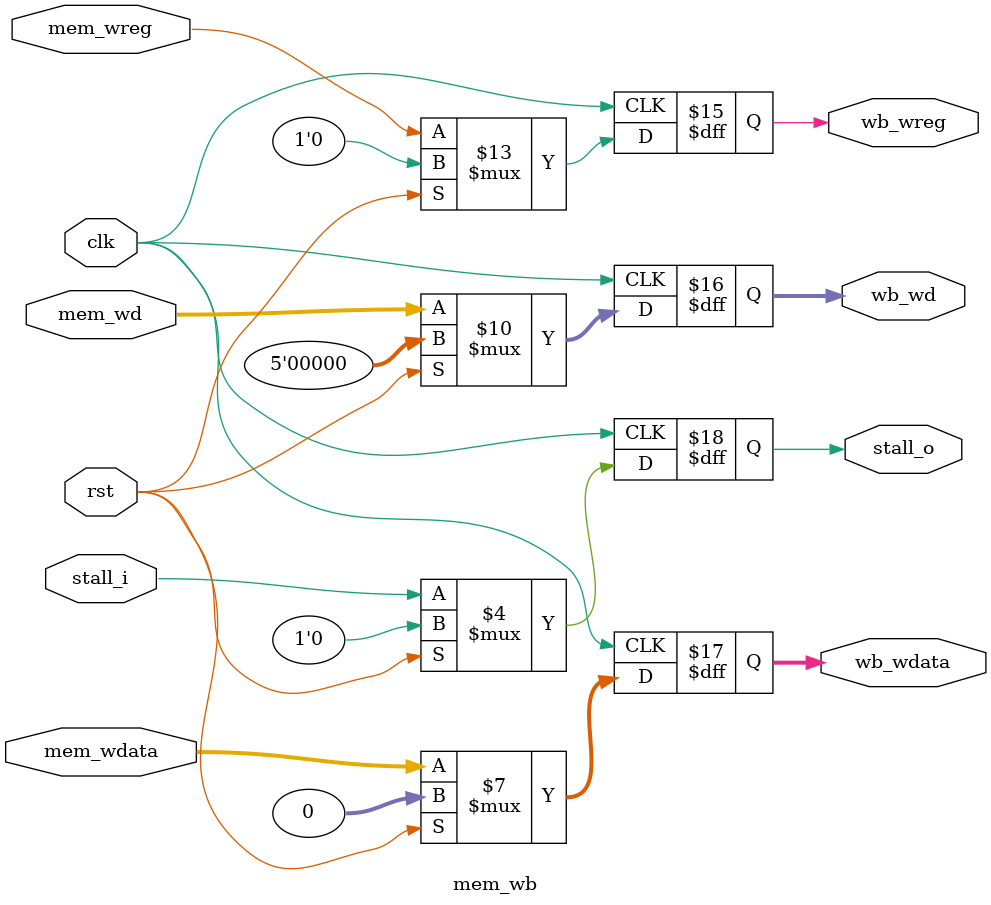
<source format=v>
module mem_wb(
    input wire clk,
    input wire rst,

    input wire[4:0] mem_wd,
    input wire mem_wreg,
    input wire[31:0] mem_wdata,
    input wire stall_i,

    output reg wb_wreg,
    output reg[4:0] wb_wd,
    output reg[31:0] wb_wdata,
    output reg stall_o
);

    always@(posedge clk) begin
        if(rst == 1'b1) begin
            wb_wreg <= 1'b0;
            wb_wd <= 5'b0;
            wb_wdata <= 32'h0;
            stall_o <= 1'b0;
        end else begin 
            wb_wd <= mem_wd;
            wb_wreg <= mem_wreg;
            wb_wdata <= mem_wdata;
            stall_o <= stall_i;
        end
    end

endmodule
</source>
